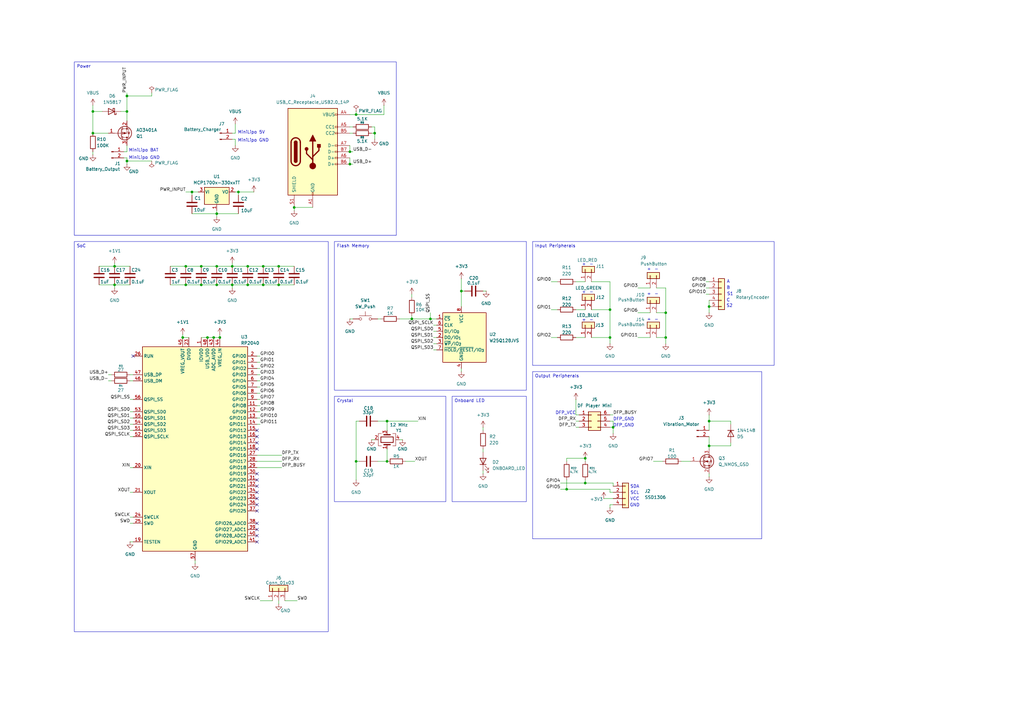
<source format=kicad_sch>
(kicad_sch (version 20250114) (generator "eeschema") (generator_version "9.0")
  (paper "A3")
  (lib_symbols
    (symbol "Connector:Conn_01x02_Pin" (pin_names (offset 1.016) (hide yes))
      (property "Reference" "J" (at 0 2.54 0))
      (property "Value" "Conn_01x02_Pin" (at 0 -5.08 0))
      (symbol "Conn_01x02_Pin_1_1"
        (pin passive line (at 5.08 0 180) (length 3.81) (name "Pin_1") (number "1"))
        (pin passive line (at 5.08 -2.54 180) (length 3.81) (name "Pin_2") (number "2"))
      )
    )
    (symbol "Connector:USB_C_Receptacle_USB2.0_14P" (pin_names (offset 1.016))
      (property "Reference" "J" (at 0 22.225 0))
      (property "Value" "USB_C_Receptacle_USB2.0_14P" (at 0 19.685 0))
      (symbol "USB_C_Receptacle_USB2.0_14P_1_1"
        (pin passive line (at -7.62 -22.86 90) (length 5.08) (name "SHIELD") (number "S1"))
        (pin passive line (at 0 -22.86 90) (length 5.08) (name "GND") (number "A1"))
        (pin passive line (at 0 -22.86 90) (length 5.08) (hide yes) (name "GND") (number "A12"))
        (pin passive line (at 0 -22.86 90) (length 5.08) (hide yes) (name "GND") (number "B1"))
        (pin passive line (at 0 -22.86 90) (length 5.08) (hide yes) (name "GND") (number "B12"))
        (pin passive line (at 15.24 15.24 180) (length 5.08) (name "VBUS") (number "A4"))
        (pin passive line (at 15.24 15.24 180) (length 5.08) (hide yes) (name "VBUS") (number "A9"))
        (pin passive line (at 15.24 15.24 180) (length 5.08) (hide yes) (name "VBUS") (number "B4"))
        (pin passive line (at 15.24 15.24 180) (length 5.08) (hide yes) (name "VBUS") (number "B9"))
        (pin bidirectional line (at 15.24 10.16 180) (length 5.08) (name "CC1") (number "A5"))
        (pin bidirectional line (at 15.24 7.62 180) (length 5.08) (name "CC2") (number "B5"))
        (pin bidirectional line (at 15.24 2.54 180) (length 5.08) (name "D-") (number "A7"))
        (pin bidirectional line (at 15.24 0 180) (length 5.08) (name "D-") (number "B7"))
        (pin bidirectional line (at 15.24 -2.54 180) (length 5.08) (name "D+") (number "A6"))
        (pin bidirectional line (at 15.24 -5.08 180) (length 5.08) (name "D+") (number "B6"))
      )
    )
    (symbol "Connector_Generic:Conn_01x02" (pin_names (offset 1.016) (hide yes))
      (property "Reference" "J" (at 0 2.54 0))
      (property "Value" "Conn_01x02" (at 0 -5.08 0))
      (symbol "Conn_01x02_1_1"
        (pin passive line (at -5.08 0 0) (length 3.81) (name "Pin_1") (number "1"))
        (pin passive line (at -5.08 -2.54 0) (length 3.81) (name "Pin_2") (number "2"))
      )
    )
    (symbol "Connector_Generic:Conn_01x03" (pin_names (offset 1.016) (hide yes))
      (property "Reference" "J" (at 0 5.08 0))
      (property "Value" "Conn_01x03" (at 0 -5.08 0))
      (symbol "Conn_01x03_1_1"
        (pin passive line (at -5.08 2.54 0) (length 3.81) (name "Pin_1") (number "1"))
        (pin passive line (at -5.08 0 0) (length 3.81) (name "Pin_2") (number "2"))
        (pin passive line (at -5.08 -2.54 0) (length 3.81) (name "Pin_3") (number "3"))
      )
    )
    (symbol "Connector_Generic:Conn_01x04" (pin_names (offset 1.016) (hide yes))
      (property "Reference" "J" (at 0 5.08 0))
      (property "Value" "Conn_01x04" (at 0 -7.62 0))
      (symbol "Conn_01x04_1_1"
        (pin passive line (at -5.08 2.54 0) (length 3.81) (name "Pin_1") (number "1"))
        (pin passive line (at -5.08 0 0) (length 3.81) (name "Pin_2") (number "2"))
        (pin passive line (at -5.08 -2.54 0) (length 3.81) (name "Pin_3") (number "3"))
        (pin passive line (at -5.08 -5.08 0) (length 3.81) (name "Pin_4") (number "4"))
      )
    )
    (symbol "Connector_Generic:Conn_01x05" (pin_names (offset 1.016) (hide yes))
      (property "Reference" "J" (at 0 7.62 0))
      (property "Value" "Conn_01x05" (at 0 -7.62 0))
      (symbol "Conn_01x05_1_1"
        (pin passive line (at -5.08 5.08 0) (length 3.81) (name "Pin_1") (number "1"))
        (pin passive line (at -5.08 2.54 0) (length 3.81) (name "Pin_2") (number "2"))
        (pin passive line (at -5.08 0 0) (length 3.81) (name "Pin_3") (number "3"))
        (pin passive line (at -5.08 -2.54 0) (length 3.81) (name "Pin_4") (number "4"))
        (pin passive line (at -5.08 -5.08 0) (length 3.81) (name "Pin_5") (number "5"))
      )
    )
    (symbol "Connector_Generic:Conn_02x03_Counter_Clockwise" (pin_names (offset 1.016) (hide yes))
      (property "Reference" "J" (at 1.27 5.08 0))
      (property "Value" "Conn_02x03_Counter_Clockwise" (at 1.27 -5.08 0))
      (symbol "Conn_02x03_Counter_Clockwise_1_1"
        (pin passive line (at -5.08 2.54 0) (length 3.81) (name "Pin_1") (number "1"))
        (pin passive line (at -5.08 0 0) (length 3.81) (name "Pin_2") (number "2"))
        (pin passive line (at -5.08 -2.54 0) (length 3.81) (name "Pin_3") (number "3"))
        (pin passive line (at 7.62 2.54 180) (length 3.81) (name "Pin_6") (number "6"))
        (pin passive line (at 7.62 0 180) (length 3.81) (name "Pin_5") (number "5"))
        (pin passive line (at 7.62 -2.54 180) (length 3.81) (name "Pin_4") (number "4"))
      )
    )
    (symbol "Device:C" (pin_numbers (hide yes)) (pin_names (offset 0.254))
      (property "Reference" "C" (at 0.635 2.54 0))
      (property "Value" "C" (at 0.635 -2.54 0))
      (symbol "C_1_1"
        (pin passive line (at 0 3.81 270) (length 2.794) (name "~") (number "1"))
        (pin passive line (at 0 -3.81 90) (length 2.794) (name "~") (number "2"))
      )
    )
    (symbol "Device:Crystal_GND24" (pin_names (offset 1.016) (hide yes))
      (property "Reference" "Y" (at 3.175 5.08 0))
      (property "Value" "Crystal_GND24" (at 3.175 3.175 0))
      (symbol "Crystal_GND24_1_1"
        (pin passive line (at -3.81 0 0) (length 1.27) (name "1") (number "1"))
        (pin passive line (at 0 5.08 270) (length 1.27) (name "2") (number "2"))
        (pin passive line (at 0 -5.08 90) (length 1.27) (name "4") (number "4"))
        (pin passive line (at 3.81 0 180) (length 1.27) (name "3") (number "3"))
      )
    )
    (symbol "Device:LED" (pin_numbers (hide yes)) (pin_names (offset 1.016) (hide yes))
      (property "Reference" "D" (at 0 2.54 0))
      (property "Value" "LED" (at 0 -2.54 0))
      (symbol "LED_1_1"
        (pin passive line (at -3.81 0 0) (length 2.54) (name "K") (number "1"))
        (pin passive line (at 3.81 0 180) (length 2.54) (name "A") (number "2"))
      )
    )
    (symbol "Device:R" (pin_numbers (hide yes)) (pin_names (offset 0))
      (property "Reference" "R" (at 2.032 0 90))
      (property "Value" "R" (at 0 0 90))
      (symbol "R_1_1"
        (pin passive line (at 0 3.81 270) (length 1.27) (name "~") (number "1"))
        (pin passive line (at 0 -3.81 90) (length 1.27) (name "~") (number "2"))
      )
    )
    (symbol "Diode:1N4148" (pin_numbers (hide yes)) (pin_names (hide yes))
      (property "Reference" "D" (at 0 2.54 0))
      (property "Value" "1N4148" (at 0 -2.54 0))
      (symbol "1N4148_1_1"
        (pin passive line (at -3.81 0 0) (length 2.54) (name "K") (number "1"))
        (pin passive line (at 3.81 0 180) (length 2.54) (name "A") (number "2"))
      )
    )
    (symbol "Diode:1N5817" (pin_numbers (hide yes)) (pin_names (offset 1.016) (hide yes))
      (property "Reference" "D" (at 0 2.54 0))
      (property "Value" "1N5817" (at 0 -2.54 0))
      (symbol "1N5817_1_1"
        (pin passive line (at -3.81 0 0) (length 2.54) (name "K") (number "1"))
        (pin passive line (at 3.81 0 180) (length 2.54) (name "A") (number "2"))
      )
    )
    (symbol "MCU_RaspberryPi:RP2040"
      (property "Reference" "U" (at 17.78 45.72 0))
      (property "Value" "RP2040" (at 17.78 43.18 0))
      (symbol "RP2040_1_1"
        (pin input line (at -25.4 38.1 0) (length 3.81) (name "RUN") (number "26"))
        (pin bidirectional line (at -25.4 30.48 0) (length 3.81) (name "USB_DP") (number "47"))
        (pin bidirectional line (at -25.4 27.94 0) (length 3.81) (name "USB_DM") (number "46"))
        (pin bidirectional line (at -25.4 20.32 0) (length 3.81) (name "QSPI_SS") (number "56"))
        (pin bidirectional line (at -25.4 15.24 0) (length 3.81) (name "QSPI_SD0") (number "53"))
        (pin bidirectional line (at -25.4 12.7 0) (length 3.81) (name "QSPI_SD1") (number "55"))
        (pin bidirectional line (at -25.4 10.16 0) (length 3.81) (name "QSPI_SD2") (number "54"))
        (pin bidirectional line (at -25.4 7.62 0) (length 3.81) (name "QSPI_SD3") (number "51"))
        (pin output line (at -25.4 5.08 0) (length 3.81) (name "QSPI_SCLK") (number "52"))
        (pin input line (at -25.4 -7.62 0) (length 3.81) (name "XIN") (number "20"))
        (pin passive line (at -25.4 -17.78 0) (length 3.81) (name "XOUT") (number "21"))
        (pin input line (at -25.4 -27.94 0) (length 3.81) (name "SWCLK") (number "24"))
        (pin bidirectional line (at -25.4 -30.48 0) (length 3.81) (name "SWD") (number "25"))
        (pin input line (at -25.4 -38.1 0) (length 3.81) (name "TESTEN") (number "19"))
        (pin power_out line (at -5.08 45.72 270) (length 3.81) (name "VREG_VOUT") (number "45"))
        (pin power_in line (at -2.54 45.72 270) (length 3.81) (name "DVDD") (number "23"))
        (pin passive line (at -2.54 45.72 270) (length 3.81) (hide yes) (name "DVDD") (number "50"))
        (pin power_in line (at 0 -45.72 90) (length 3.81) (name "GND") (number "57"))
        (pin power_in line (at 2.54 45.72 270) (length 3.81) (name "IOVDD") (number "1"))
        (pin passive line (at 2.54 45.72 270) (length 3.81) (hide yes) (name "IOVDD") (number "10"))
        (pin passive line (at 2.54 45.72 270) (length 3.81) (hide yes) (name "IOVDD") (number "22"))
        (pin passive line (at 2.54 45.72 270) (length 3.81) (hide yes) (name "IOVDD") (number "33"))
        (pin passive line (at 2.54 45.72 270) (length 3.81) (hide yes) (name "IOVDD") (number "42"))
        (pin passive line (at 2.54 45.72 270) (length 3.81) (hide yes) (name "IOVDD") (number "49"))
        (pin power_in line (at 5.08 45.72 270) (length 3.81) (name "USB_VDD") (number "48"))
        (pin power_in line (at 7.62 45.72 270) (length 3.81) (name "ADC_AVDD") (number "43"))
        (pin power_in line (at 10.16 45.72 270) (length 3.81) (name "VREG_IN") (number "44"))
        (pin bidirectional line (at 25.4 38.1 180) (length 3.81) (name "GPIO0") (number "2"))
        (pin bidirectional line (at 25.4 35.56 180) (length 3.81) (name "GPIO1") (number "3"))
        (pin bidirectional line (at 25.4 33.02 180) (length 3.81) (name "GPIO2") (number "4"))
        (pin bidirectional line (at 25.4 30.48 180) (length 3.81) (name "GPIO3") (number "5"))
        (pin bidirectional line (at 25.4 27.94 180) (length 3.81) (name "GPIO4") (number "6"))
        (pin bidirectional line (at 25.4 25.4 180) (length 3.81) (name "GPIO5") (number "7"))
        (pin bidirectional line (at 25.4 22.86 180) (length 3.81) (name "GPIO6") (number "8"))
        (pin bidirectional line (at 25.4 20.32 180) (length 3.81) (name "GPIO7") (number "9"))
        (pin bidirectional line (at 25.4 17.78 180) (length 3.81) (name "GPIO8") (number "11"))
        (pin bidirectional line (at 25.4 15.24 180) (length 3.81) (name "GPIO9") (number "12"))
        (pin bidirectional line (at 25.4 12.7 180) (length 3.81) (name "GPIO10") (number "13"))
        (pin bidirectional line (at 25.4 10.16 180) (length 3.81) (name "GPIO11") (number "14"))
        (pin bidirectional line (at 25.4 7.62 180) (length 3.81) (name "GPIO12") (number "15"))
        (pin bidirectional line (at 25.4 5.08 180) (length 3.81) (name "GPIO13") (number "16"))
        (pin bidirectional line (at 25.4 2.54 180) (length 3.81) (name "GPIO14") (number "17"))
        (pin bidirectional line (at 25.4 0 180) (length 3.81) (name "GPIO15") (number "18"))
        (pin bidirectional line (at 25.4 -2.54 180) (length 3.81) (name "GPIO16") (number "27"))
        (pin bidirectional line (at 25.4 -5.08 180) (length 3.81) (name "GPIO17") (number "28"))
        (pin bidirectional line (at 25.4 -7.62 180) (length 3.81) (name "GPIO18") (number "29"))
        (pin bidirectional line (at 25.4 -10.16 180) (length 3.81) (name "GPIO19") (number "30"))
        (pin bidirectional line (at 25.4 -12.7 180) (length 3.81) (name "GPIO20") (number "31"))
        (pin bidirectional line (at 25.4 -15.24 180) (length 3.81) (name "GPIO21") (number "32"))
        (pin bidirectional line (at 25.4 -17.78 180) (length 3.81) (name "GPIO22") (number "34"))
        (pin bidirectional line (at 25.4 -20.32 180) (length 3.81) (name "GPIO23") (number "35"))
        (pin bidirectional line (at 25.4 -22.86 180) (length 3.81) (name "GPIO24") (number "36"))
        (pin bidirectional line (at 25.4 -25.4 180) (length 3.81) (name "GPIO25") (number "37"))
        (pin bidirectional line (at 25.4 -30.48 180) (length 3.81) (name "GPIO26_ADC0") (number "38"))
        (pin bidirectional line (at 25.4 -33.02 180) (length 3.81) (name "GPIO27_ADC1") (number "39"))
        (pin bidirectional line (at 25.4 -35.56 180) (length 3.81) (name "GPIO28_ADC2") (number "40"))
        (pin bidirectional line (at 25.4 -38.1 180) (length 3.81) (name "GPIO29_ADC3") (number "41"))
      )
    )
    (symbol "Memory_Flash:W25Q128JVS"
      (property "Reference" "U" (at -6.35 11.43 0))
      (property "Value" "W25Q128JVS" (at 7.62 11.43 0))
      (symbol "W25Q128JVS_1_1"
        (pin input line (at -10.16 7.62 0) (length 2.54) (name "~{CS}") (number "1"))
        (pin input line (at -10.16 5.08 0) (length 2.54) (name "CLK") (number "6"))
        (pin bidirectional line (at -10.16 2.54 0) (length 2.54) (name "DI/IO_{0}") (number "5"))
        (pin bidirectional line (at -10.16 0 0) (length 2.54) (name "DO/IO_{1}") (number "2"))
        (pin bidirectional line (at -10.16 -2.54 0) (length 2.54) (name "~{WP}/IO_{2}") (number "3"))
        (pin bidirectional line (at -10.16 -5.08 0) (length 2.54) (name "~{HOLD}/~{RESET}/IO_{3}") (number "7"))
        (pin power_in line (at 0 12.7 270) (length 2.54) (name "VCC") (number "8"))
        (pin power_in line (at 0 -12.7 90) (length 2.54) (name "GND") (number "4"))
      )
    )
    (symbol "Regulator_Linear:MCP1700x-330xxTT" (pin_names (offset 0.254))
      (property "Reference" "U" (at -3.81 3.175 0))
      (property "Value" "MCP1700x-330xxTT" (at 0 3.175 0))
      (symbol "MCP1700x-330xxTT_1_1"
        (pin power_in line (at -7.62 0 0) (length 2.54) (name "VI") (number "3"))
        (pin power_in line (at 0 -7.62 90) (length 2.54) (name "GND") (number "1"))
        (pin power_out line (at 7.62 0 180) (length 2.54) (name "VO") (number "2"))
      )
    )
    (symbol "Switch:SW_Push" (pin_numbers (hide yes)) (pin_names (offset 1.016) (hide yes))
      (property "Reference" "SW" (at 1.27 2.54 0))
      (property "Value" "SW_Push" (at 0 -1.524 0))
      (symbol "SW_Push_0_1"
        (pin passive line (at -5.08 0 0) (length 2.54) (name "1") (number "1"))
        (pin passive line (at 5.08 0 180) (length 2.54) (name "2") (number "2"))
      )
    )
    (symbol "Transistor_FET:AO3401A" (pin_names (hide yes))
      (property "Reference" "Q" (at 5.08 1.905 0))
      (property "Value" "AO3401A" (at 5.08 0 0))
      (symbol "AO3401A_1_1"
        (pin input line (at -5.08 0 0) (length 2.54) (name "G") (number "1"))
        (pin passive line (at 2.54 5.08 270) (length 2.54) (name "D") (number "3"))
        (pin passive line (at 2.54 -5.08 90) (length 2.54) (name "S") (number "2"))
      )
    )
    (symbol "Transistor_FET:Q_NMOS_GSD" (pin_names (offset 0) (hide yes))
      (property "Reference" "Q" (at 5.08 1.905 0))
      (property "Value" "Q_NMOS_GSD" (at 5.08 0 0))
      (symbol "Q_NMOS_GSD_1_1"
        (pin input line (at -5.08 0 0) (length 2.54) (name "G") (number "1"))
        (pin passive line (at 2.54 5.08 270) (length 2.54) (name "D") (number "3"))
        (pin passive line (at 2.54 -5.08 90) (length 2.54) (name "S") (number "2"))
      )
    )
    (symbol "power:+1V1" (power) (pin_numbers (hide yes)) (pin_names (offset 0) (hide yes))
      (property "Value" "+1V1" (at 0 3.556 0))
      (symbol "+1V1_1_1"
        (pin power_in line (at 0 0 90) (length 0) (name "~") (number "1"))
      )
    )
    (symbol "power:+3V3" (power) (pin_numbers (hide yes)) (pin_names (offset 0) (hide yes))
      (property "Value" "+3V3" (at 0 3.556 0))
      (symbol "+3V3_1_1"
        (pin power_in line (at 0 0 90) (length 0) (name "~") (number "1"))
      )
    )
    (symbol "power:GND" (power) (pin_numbers (hide yes)) (pin_names (offset 0) (hide yes))
      (property "Value" "GND" (at 0 -3.81 0))
      (symbol "GND_1_1"
        (pin power_in line (at 0 0 270) (length 0) (name "~") (number "1"))
      )
    )
    (symbol "power:PWR_FLAG" (power) (pin_numbers (hide yes)) (pin_names (offset 0) (hide yes))
      (property "Value" "PWR_FLAG" (at 0 3.81 0))
      (symbol "PWR_FLAG_0_0"
        (pin power_out line (at 0 0 90) (length 0) (name "~") (number "1"))
      )
    )
    (symbol "power:VBUS" (power) (pin_numbers (hide yes)) (pin_names (offset 0) (hide yes))
      (property "Value" "VBUS" (at 0 3.556 0))
      (symbol "VBUS_1_1"
        (pin power_in line (at 0 0 90) (length 0) (name "~") (number "1"))
      )
    )
  )
  (text "DFP_GND" (at 251.46 172.72 0) (effects (font (size 1.27 1.27)) (justify left bottom)))
  (text "+" (at 239.522 131.318 0) (effects (font (size 1.27 1.27))))
  (text "+" (at 239.522 108.458 0) (effects (font (size 1.27 1.27))))
  (text "-" (at 269.24 120.65 0) (effects (font (size 1.27 1.27))))
  (text "DFP_GND" (at 251.46 175.26 0) (effects (font (size 1.27 1.27)) (justify left bottom)))
  (text "-" (at 242.57 131.318 0) (effects (font (size 1.27 1.27))))
  (text "MiniLipo GND" (at 59.182 64.77 0) (effects (font (size 1.27 1.27))))
  (text "B" (at 298.704 118.11 0) (effects (font (size 1.27 1.27))))
  (text "MiniLipo GND" (at 103.886 57.658 0) (effects (font (size 1.27 1.27))))
  (text "-" (at 269.24 110.49 0) (effects (font (size 1.27 1.27))))
  (text "+" (at 266.192 131.064 0) (effects (font (size 1.27 1.27))))
  (text "+" (at 266.192 120.65 0) (effects (font (size 1.27 1.27))))
  (text "-" (at 242.57 108.458 0) (effects (font (size 1.27 1.27))))
  (text "+" (at 239.522 119.888 0) (effects (font (size 1.27 1.27))))
  (text "S2" (at 299.212 125.476 0) (effects (font (size 1.27 1.27))))
  (text "GND" (at 260.35 207.264 0) (effects (font (size 1.27 1.27))))
  (text "S1" (at 299.466 120.65 0) (effects (font (size 1.27 1.27))))
  (text "DFP_VCC" (at 236.22 170.18 0) (effects (font (size 1.27 1.27)) (justify right bottom)))
  (text "-" (at 269.24 131.064 0) (effects (font (size 1.27 1.27))))
  (text "SCL" (at 260.35 202.184 0) (effects (font (size 1.27 1.27))))
  (text "C" (at 298.704 123.19 0) (effects (font (size 1.27 1.27))))
  (text "A" (at 298.704 115.57 0) (effects (font (size 1.27 1.27))))
  (text "+" (at 266.192 110.49 0) (effects (font (size 1.27 1.27))))
  (text "VCC" (at 260.35 204.724 0) (effects (font (size 1.27 1.27))))
  (text "MiniLipo 5V" (at 103.124 54.356 0) (effects (font (size 1.27 1.27))))
  (text "MiniLipo BAT" (at 58.928 61.722 0) (effects (font (size 1.27 1.27))))
  (text "-" (at 242.57 119.888 0) (effects (font (size 1.27 1.27))))
  (text "SDA" (at 260.35 199.644 0) (effects (font (size 1.27 1.27))))
  (text_box "Input Peripherals" (at 218.44 99.06 0) (size 99.06 50.8) (margins 0.9525 0.9525 0.9525 0.9525) (effects (font (size 1.27 1.27)) (justify left top)))
  (text_box "Crystal" (at 137.16 162.56 0) (size 45.72 43.18) (margins 0.9525 0.9525 0.9525 0.9525) (effects (font (size 1.27 1.27)) (justify left top)))
  (text_box "SoC" (at 30.48 99.06 0) (size 104.14 160.02) (margins 0.9525 0.9525 0.9525 0.9525) (effects (font (size 1.27 1.27)) (justify left top)))
  (text_box "Power" (at 30.48 25.4 0) (size 132.08 71.12) (margins 0.9525 0.9525 0.9525 0.9525) (effects (font (size 1.27 1.27)) (justify left top)))
  (text_box "Output Peripherals" (at 218.44 152.4 0) (size 93.98 68.58) (margins 0.9525 0.9525 0.9525 0.9525) (effects (font (size 1.27 1.27)) (justify left top)))
  (text_box "Onboard LED" (at 185.42 162.56 0) (size 30.48 43.18) (margins 0.9525 0.9525 0.9525 0.9525) (effects (font (size 1.27 1.27)) (justify left top)))
  (text_box "Flash Memory" (at 137.16 99.06 0) (size 78.74 60.96) (margins 0.9525 0.9525 0.9525 0.9525) (effects (font (size 1.27 1.27)) (justify left top)))
  (junction (at 158.75 189.23))
  (junction (at 232.41 200.66))
  (junction (at 290.83 172.72))
  (junction (at 153.67 54.61))
  (junction (at 52.07 66.04))
  (junction (at 88.9 116.84))
  (junction (at 46.99 116.84))
  (junction (at 143.51 67.31))
  (junction (at 168.91 130.81))
  (junction (at 273.05 128.27))
  (junction (at 290.83 125.73))
  (junction (at 76.2 116.84))
  (junction (at 38.1 45.72))
  (junction (at 52.07 39.37))
  (junction (at 76.2 109.22))
  (junction (at 78.74 78.74))
  (junction (at 114.3 109.22))
  (junction (at 95.25 109.22))
  (junction (at 146.05 46.99))
  (junction (at 240.03 187.96))
  (junction (at 146.05 189.23))
  (junction (at 107.95 109.22))
  (junction (at 46.99 109.22))
  (junction (at 87.63 138.43))
  (junction (at 74.93 138.43))
  (junction (at 143.51 62.23))
  (junction (at 52.07 45.72))
  (junction (at 88.9 109.22))
  (junction (at 158.75 172.72))
  (junction (at 90.17 138.43))
  (junction (at 95.25 116.84))
  (junction (at 251.46 175.26))
  (junction (at 176.53 130.81))
  (junction (at 101.6 109.22))
  (junction (at 250.19 138.43))
  (junction (at 250.19 127))
  (junction (at 97.79 78.74))
  (junction (at 114.3 116.84))
  (junction (at 82.55 109.22))
  (junction (at 189.23 119.38))
  (junction (at 101.6 116.84))
  (junction (at 273.05 138.43))
  (junction (at 82.55 116.84))
  (junction (at 290.83 182.88))
  (junction (at 107.95 116.84))
  (junction (at 85.09 138.43))
  (junction (at 88.9 87.63))
  (junction (at 38.1 54.61))
  (junction (at 240.03 198.12))
  (junction (at 120.65 85.09))
  (no_connect (at 105.41 217.17))
  (no_connect (at 105.41 214.63))
  (no_connect (at 105.41 176.53))
  (no_connect (at 105.41 204.47))
  (no_connect (at 54.61 146.05))
  (no_connect (at 105.41 194.31))
  (no_connect (at 105.41 199.39))
  (no_connect (at 105.41 179.07))
  (no_connect (at 105.41 201.93))
  (no_connect (at 105.41 209.55))
  (no_connect (at 105.41 196.85))
  (no_connect (at 105.41 184.15))
  (no_connect (at 105.41 222.25))
  (no_connect (at 105.41 207.01))
  (no_connect (at 105.41 219.71))
  (no_connect (at 105.41 181.61))
  (wire (pts (xy 78.74 78.74) (xy 78.74 80.01)))
  (wire (pts (xy 158.75 172.72) (xy 171.45 172.72)))
  (wire (pts (xy 53.34 222.25) (xy 54.61 222.25)))
  (wire (pts (xy 76.2 78.74) (xy 78.74 78.74)))
  (wire (pts (xy 107.95 109.22) (xy 114.3 109.22)))
  (wire (pts (xy 49.53 45.72) (xy 52.07 45.72)))
  (wire (pts (xy 251.46 172.72) (xy 251.46 175.26)))
  (wire (pts (xy 189.23 151.13) (xy 189.23 152.4)))
  (wire (pts (xy 88.9 86.36) (xy 88.9 87.63)))
  (wire (pts (xy 189.23 119.38) (xy 189.23 125.73)))
  (wire (pts (xy 78.74 87.63) (xy 88.9 87.63)))
  (wire (pts (xy 242.57 127) (xy 250.19 127)))
  (wire (pts (xy 106.68 158.75) (xy 105.41 158.75)))
  (wire (pts (xy 177.8 138.43) (xy 179.07 138.43)))
  (wire (pts (xy 44.45 156.21) (xy 45.72 156.21)))
  (wire (pts (xy 82.55 116.84) (xy 88.9 116.84)))
  (wire (pts (xy 74.93 138.43) (xy 77.47 138.43)))
  (wire (pts (xy 251.46 175.26) (xy 251.46 177.8)))
  (wire (pts (xy 96.52 57.15) (xy 96.52 59.69)))
  (wire (pts (xy 53.34 168.91) (xy 54.61 168.91)))
  (wire (pts (xy 198.12 193.04) (xy 198.12 194.31)))
  (wire (pts (xy 176.53 130.81) (xy 179.07 130.81)))
  (wire (pts (xy 236.22 175.26) (xy 237.49 175.26)))
  (wire (pts (xy 251.46 175.26) (xy 250.19 175.26)))
  (wire (pts (xy 247.65 204.47) (xy 251.46 204.47)))
  (wire (pts (xy 158.75 184.15) (xy 158.75 189.23)))
  (wire (pts (xy 46.99 107.95) (xy 46.99 109.22)))
  (wire (pts (xy 53.34 153.67) (xy 54.61 153.67)))
  (wire (pts (xy 53.34 156.21) (xy 54.61 156.21)))
  (wire (pts (xy 198.12 119.38) (xy 199.39 119.38)))
  (wire (pts (xy 143.51 67.31) (xy 144.78 67.31)))
  (wire (pts (xy 88.9 109.22) (xy 95.25 109.22)))
  (wire (pts (xy 152.4 180.34) (xy 153.67 180.34)))
  (wire (pts (xy 74.93 137.16) (xy 74.93 138.43)))
  (wire (pts (xy 226.06 138.43) (xy 228.6 138.43)))
  (wire (pts (xy 146.05 172.72) (xy 146.05 189.23)))
  (wire (pts (xy 154.94 189.23) (xy 158.75 189.23)))
  (wire (pts (xy 242.57 115.57) (xy 250.19 115.57)))
  (wire (pts (xy 106.68 161.29) (xy 105.41 161.29)))
  (wire (pts (xy 198.12 184.15) (xy 198.12 185.42)))
  (wire (pts (xy 236.22 170.18) (xy 237.49 170.18)))
  (wire (pts (xy 87.63 138.43) (xy 90.17 138.43)))
  (wire (pts (xy 236.22 172.72) (xy 237.49 172.72)))
  (wire (pts (xy 177.8 133.35) (xy 179.07 133.35)))
  (wire (pts (xy 273.05 128.27) (xy 273.05 138.43)))
  (wire (pts (xy 53.34 179.07) (xy 54.61 179.07)))
  (wire (pts (xy 251.46 170.18) (xy 250.19 170.18)))
  (wire (pts (xy 289.56 120.65) (xy 290.83 120.65)))
  (wire (pts (xy 88.9 87.63) (xy 97.79 87.63)))
  (wire (pts (xy 158.75 172.72) (xy 158.75 176.53)))
  (wire (pts (xy 198.12 175.26) (xy 198.12 176.53)))
  (wire (pts (xy 251.46 198.12) (xy 251.46 199.39)))
  (wire (pts (xy 106.68 146.05) (xy 105.41 146.05)))
  (wire (pts (xy 78.74 78.74) (xy 81.28 78.74)))
  (wire (pts (xy 240.03 198.12) (xy 251.46 198.12)))
  (wire (pts (xy 120.65 85.09) (xy 120.65 86.36)))
  (wire (pts (xy 251.46 201.93) (xy 250.19 201.93)))
  (wire (pts (xy 143.51 64.77) (xy 143.51 67.31)))
  (wire (pts (xy 95.25 116.84) (xy 101.6 116.84)))
  (wire (pts (xy 152.4 52.07) (xy 153.67 52.07)))
  (wire (pts (xy 40.64 109.22) (xy 46.99 109.22)))
  (wire (pts (xy 290.83 179.07) (xy 290.83 182.88)))
  (wire (pts (xy 163.83 180.34) (xy 165.1 180.34)))
  (wire (pts (xy 299.72 172.72) (xy 299.72 173.99)))
  (wire (pts (xy 114.3 109.22) (xy 120.65 109.22)))
  (wire (pts (xy 76.2 109.22) (xy 82.55 109.22)))
  (wire (pts (xy 52.07 38.1) (xy 52.07 39.37)))
  (wire (pts (xy 154.94 172.72) (xy 158.75 172.72)))
  (wire (pts (xy 146.05 189.23) (xy 147.32 189.23)))
  (wire (pts (xy 53.34 163.83) (xy 54.61 163.83)))
  (wire (pts (xy 53.34 191.77) (xy 54.61 191.77)))
  (wire (pts (xy 69.85 116.84) (xy 76.2 116.84)))
  (wire (pts (xy 106.68 153.67) (xy 105.41 153.67)))
  (wire (pts (xy 106.68 171.45) (xy 105.41 171.45)))
  (wire (pts (xy 115.57 186.69) (xy 105.41 186.69)))
  (wire (pts (xy 82.55 138.43) (xy 85.09 138.43)))
  (wire (pts (xy 38.1 45.72) (xy 38.1 54.61)))
  (wire (pts (xy 157.48 43.18) (xy 157.48 46.99)))
  (wire (pts (xy 153.67 54.61) (xy 153.67 57.15)))
  (wire (pts (xy 106.68 246.38) (xy 111.76 246.38)))
  (wire (pts (xy 290.83 125.73) (xy 290.83 128.27)))
  (wire (pts (xy 250.19 138.43) (xy 250.19 140.97)))
  (wire (pts (xy 116.84 246.38) (xy 121.92 246.38)))
  (wire (pts (xy 166.37 189.23) (xy 170.18 189.23)))
  (wire (pts (xy 289.56 115.57) (xy 290.83 115.57)))
  (wire (pts (xy 236.22 138.43) (xy 240.03 138.43)))
  (wire (pts (xy 38.1 45.72) (xy 41.91 45.72)))
  (wire (pts (xy 273.05 118.11) (xy 273.05 128.27)))
  (wire (pts (xy 46.99 109.22) (xy 53.34 109.22)))
  (wire (pts (xy 250.19 115.57) (xy 250.19 127)))
  (wire (pts (xy 273.05 140.97) (xy 273.05 138.43)))
  (wire (pts (xy 269.24 118.11) (xy 273.05 118.11)))
  (wire (pts (xy 52.07 62.23) (xy 50.8 62.23)))
  (wire (pts (xy 106.68 151.13) (xy 105.41 151.13)))
  (wire (pts (xy 232.41 187.96) (xy 240.03 187.96)))
  (wire (pts (xy 269.24 128.27) (xy 273.05 128.27)))
  (wire (pts (xy 236.22 163.83) (xy 236.22 170.18)))
  (wire (pts (xy 229.87 198.12) (xy 240.03 198.12)))
  (wire (pts (xy 250.19 127) (xy 250.19 138.43)))
  (wire (pts (xy 52.07 45.72) (xy 52.07 49.53)))
  (wire (pts (xy 53.34 171.45) (xy 54.61 171.45)))
  (wire (pts (xy 143.51 130.81) (xy 144.78 130.81)))
  (wire (pts (xy 52.07 59.69) (xy 52.07 62.23)))
  (wire (pts (xy 289.56 118.11) (xy 290.83 118.11)))
  (wire (pts (xy 96.52 54.61) (xy 95.25 54.61)))
  (wire (pts (xy 226.06 115.57) (xy 228.6 115.57)))
  (wire (pts (xy 85.09 138.43) (xy 87.63 138.43)))
  (wire (pts (xy 62.23 39.37) (xy 62.23 38.1)))
  (wire (pts (xy 114.3 247.65) (xy 114.3 246.38)))
  (wire (pts (xy 69.85 109.22) (xy 76.2 109.22)))
  (wire (pts (xy 146.05 172.72) (xy 147.32 172.72)))
  (wire (pts (xy 153.67 54.61) (xy 152.4 54.61)))
  (wire (pts (xy 146.05 196.85) (xy 146.05 189.23)))
  (wire (pts (xy 88.9 116.84) (xy 95.25 116.84)))
  (wire (pts (xy 279.4 189.23) (xy 283.21 189.23)))
  (wire (pts (xy 290.83 195.58) (xy 290.83 194.31)))
  (wire (pts (xy 176.53 130.81) (xy 176.53 128.27)))
  (wire (pts (xy 52.07 66.04) (xy 52.07 67.31)))
  (wire (pts (xy 251.46 207.01) (xy 250.19 207.01)))
  (wire (pts (xy 261.62 128.27) (xy 266.7 128.27)))
  (wire (pts (xy 38.1 62.23) (xy 38.1 63.5)))
  (wire (pts (xy 299.72 181.61) (xy 299.72 182.88)))
  (wire (pts (xy 240.03 196.85) (xy 240.03 198.12)))
  (wire (pts (xy 106.68 168.91) (xy 105.41 168.91)))
  (wire (pts (xy 290.83 172.72) (xy 290.83 176.53)))
  (wire (pts (xy 106.68 156.21) (xy 105.41 156.21)))
  (wire (pts (xy 53.34 212.09) (xy 54.61 212.09)))
  (wire (pts (xy 236.22 115.57) (xy 240.03 115.57)))
  (wire (pts (xy 105.41 191.77) (xy 115.57 191.77)))
  (wire (pts (xy 50.8 64.77) (xy 52.07 64.77)))
  (wire (pts (xy 229.87 200.66) (xy 232.41 200.66)))
  (wire (pts (xy 143.51 46.99) (xy 146.05 46.99)))
  (wire (pts (xy 261.62 118.11) (xy 266.7 118.11)))
  (wire (pts (xy 38.1 43.18) (xy 38.1 45.72)))
  (wire (pts (xy 40.64 116.84) (xy 46.99 116.84)))
  (wire (pts (xy 163.83 130.81) (xy 168.91 130.81)))
  (wire (pts (xy 177.8 143.51) (xy 179.07 143.51)))
  (wire (pts (xy 240.03 187.96) (xy 240.03 189.23)))
  (wire (pts (xy 88.9 87.63) (xy 88.9 88.9)))
  (wire (pts (xy 101.6 116.84) (xy 107.95 116.84)))
  (wire (pts (xy 154.94 130.81) (xy 156.21 130.81)))
  (wire (pts (xy 115.57 189.23) (xy 105.41 189.23)))
  (wire (pts (xy 250.19 201.93) (xy 250.19 200.66)))
  (wire (pts (xy 232.41 200.66) (xy 232.41 196.85)))
  (wire (pts (xy 120.65 85.09) (xy 128.27 85.09)))
  (wire (pts (xy 143.51 52.07) (xy 144.78 52.07)))
  (wire (pts (xy 168.91 129.54) (xy 168.91 130.81)))
  (wire (pts (xy 52.07 64.77) (xy 52.07 66.04)))
  (wire (pts (xy 143.51 59.69) (xy 143.51 62.23)))
  (wire (pts (xy 290.83 172.72) (xy 299.72 172.72)))
  (wire (pts (xy 232.41 187.96) (xy 232.41 189.23)))
  (wire (pts (xy 62.23 66.04) (xy 52.07 66.04)))
  (wire (pts (xy 38.1 54.61) (xy 44.45 54.61)))
  (wire (pts (xy 95.25 107.95) (xy 95.25 109.22)))
  (wire (pts (xy 106.68 173.99) (xy 105.41 173.99)))
  (wire (pts (xy 168.91 120.65) (xy 168.91 121.92)))
  (wire (pts (xy 97.79 78.74) (xy 97.79 80.01)))
  (wire (pts (xy 53.34 201.93) (xy 54.61 201.93)))
  (wire (pts (xy 53.34 173.99) (xy 54.61 173.99)))
  (wire (pts (xy 97.79 78.74) (xy 104.14 78.74)))
  (wire (pts (xy 143.51 62.23) (xy 144.78 62.23)))
  (wire (pts (xy 52.07 39.37) (xy 62.23 39.37)))
  (wire (pts (xy 82.55 109.22) (xy 88.9 109.22)))
  (wire (pts (xy 76.2 116.84) (xy 82.55 116.84)))
  (wire (pts (xy 114.3 116.84) (xy 120.65 116.84)))
  (wire (pts (xy 168.91 130.81) (xy 176.53 130.81)))
  (wire (pts (xy 44.45 153.67) (xy 45.72 153.67)))
  (wire (pts (xy 251.46 172.72) (xy 250.19 172.72)))
  (wire (pts (xy 153.67 52.07) (xy 153.67 54.61)))
  (wire (pts (xy 290.83 170.18) (xy 290.83 172.72)))
  (wire (pts (xy 107.95 116.84) (xy 114.3 116.84)))
  (wire (pts (xy 261.62 138.43) (xy 266.7 138.43)))
  (wire (pts (xy 177.8 135.89) (xy 179.07 135.89)))
  (wire (pts (xy 53.34 176.53) (xy 54.61 176.53)))
  (wire (pts (xy 290.83 123.19) (xy 290.83 125.73)))
  (wire (pts (xy 189.23 114.3) (xy 189.23 119.38)))
  (wire (pts (xy 96.52 78.74) (xy 97.79 78.74)))
  (wire (pts (xy 146.05 46.99) (xy 157.48 46.99)))
  (wire (pts (xy 177.8 140.97) (xy 179.07 140.97)))
  (wire (pts (xy 101.6 109.22) (xy 107.95 109.22)))
  (wire (pts (xy 106.68 166.37) (xy 105.41 166.37)))
  (wire (pts (xy 269.24 138.43) (xy 273.05 138.43)))
  (wire (pts (xy 271.78 189.23) (xy 267.97 189.23)))
  (wire (pts (xy 106.68 148.59) (xy 105.41 148.59)))
  (wire (pts (xy 53.34 214.63) (xy 54.61 214.63)))
  (wire (pts (xy 80.01 229.87) (xy 80.01 231.14)))
  (wire (pts (xy 46.99 116.84) (xy 46.99 118.11)))
  (wire (pts (xy 299.72 182.88) (xy 290.83 182.88)))
  (wire (pts (xy 95.25 57.15) (xy 96.52 57.15)))
  (wire (pts (xy 226.06 127) (xy 228.6 127)))
  (wire (pts (xy 236.22 127) (xy 240.03 127)))
  (wire (pts (xy 242.57 138.43) (xy 250.19 138.43)))
  (wire (pts (xy 46.99 116.84) (xy 53.34 116.84)))
  (wire (pts (xy 96.52 50.8) (xy 96.52 54.61)))
  (wire (pts (xy 90.17 137.16) (xy 90.17 138.43)))
  (wire (pts (xy 189.23 119.38) (xy 190.5 119.38)))
  (wire (pts (xy 106.68 163.83) (xy 105.41 163.83)))
  (wire (pts (xy 146.05 45.72) (xy 146.05 46.99)))
  (wire (pts (xy 95.25 116.84) (xy 95.25 118.11)))
  (wire (pts (xy 250.19 200.66) (xy 232.41 200.66)))
  (wire (pts (xy 52.07 39.37) (xy 52.07 45.72)))
  (wire (pts (xy 143.51 54.61) (xy 144.78 54.61)))
  (wire (pts (xy 95.25 109.22) (xy 101.6 109.22)))
  (wire (pts (xy 250.19 207.01) (xy 250.19 208.28)))
  (wire (pts (xy 290.83 184.15) (xy 290.83 182.88)))
  (label "DFP_RX" (at 236.22 172.72 180))
  (label "GPIO6" (at 106.68 161.29 0))
  (label "QSPI_SCLK" (at 53.34 179.07 180))
  (label "QSPI_SD1" (at 53.34 171.45 180))
  (label "GPIO11" (at 106.68 173.99 0))
  (label "GPIO3" (at 261.62 118.11 180))
  (label "QSPI_SCLK" (at 177.8 133.35 180))
  (label "GPIO3" (at 106.68 153.67 0))
  (label "DFP_RX" (at 115.57 189.23 0))
  (label "GPIO4" (at 106.68 156.21 0))
  (label "USB_D-" (at 144.78 62.23 0))
  (label "XIN" (at 171.45 172.72 0))
  (label "GPIO5" (at 229.87 200.66 180))
  (label "GPIO0" (at 226.06 115.57 180))
  (label "DFP_BUSY" (at 251.46 170.18 0))
  (label "QSPI_SD0" (at 177.8 135.89 180))
  (label "GPIO10" (at 106.68 171.45 0))
  (label "QSPI_SD3" (at 53.34 176.53 180))
  (label "GPIO0" (at 106.68 146.05 0))
  (label "DFP_TX" (at 115.57 186.69 0))
  (label "GPIO2" (at 106.68 151.13 0))
  (label "QSPI_SS" (at 53.34 163.83 180))
  (label "GPIO1" (at 226.06 127 180))
  (label "QSPI_SD1" (at 177.8 138.43 180))
  (label "GPIO7" (at 106.68 163.83 0))
  (label "XIN" (at 53.34 191.77 180))
  (label "GPIO4" (at 229.87 198.12 180))
  (label "GPIO10" (at 289.56 120.65 180))
  (label "PWR_INPUT" (at 52.07 38.1 90))
  (label "XOUT" (at 53.34 201.93 180))
  (label "SWCLK" (at 106.68 246.38 180))
  (label "PWR_INPUT" (at 76.2 78.74 180))
  (label "GPIO11" (at 261.62 138.43 180))
  (label "GPIO7" (at 267.97 189.23 180))
  (label "USB_D-" (at 44.45 156.21 180))
  (label "SWD" (at 121.92 246.38 0))
  (label "SWCLK" (at 53.34 212.09 180))
  (label "QSPI_SD3" (at 177.8 143.51 180))
  (label "SWD" (at 53.34 214.63 180))
  (label "GPIO8" (at 289.56 115.57 180))
  (label "GPIO5" (at 106.68 158.75 0))
  (label "QSPI_SD2" (at 177.8 140.97 180))
  (label "QSPI_SS" (at 176.53 128.27 90))
  (label "GPIO8" (at 106.68 166.37 0))
  (label "GPIO9" (at 289.56 118.11 180))
  (label "USB_D+" (at 144.78 67.31 0))
  (label "USB_D+" (at 44.45 153.67 180))
  (label "GPIO6" (at 261.62 128.27 180))
  (label "XOUT" (at 170.18 189.23 0))
  (label "QSPI_SD0" (at 53.34 168.91 180))
  (label "GPIO1" (at 106.68 148.59 0))
  (label "DFP_BUSY" (at 115.57 191.77 0))
  (label "GPIO2" (at 226.06 138.43 180))
  (label "DFP_TX" (at 236.22 175.26 180))
  (label "QSPI_SD2" (at 53.34 173.99 180))
  (label "GPIO9" (at 106.68 168.91 0))
  (symbol (lib_id "Device:R") (at 232.41 193.04 180) (unit 1)
    (property "Reference" "R22" (at 236.474 192.024 0) (effects (font (size 0.762 0.762)) (justify left)))
    (property "Value" "4.7K" (at 237.236 193.548 0) (effects (font (size 1.016 1.016)) (justify left)))
    (property "Footprint" "Resistor_SMD:R_0402_1005Metric" (effects (hide yes)))
    (property "Description" "Resistor" (effects (hide yes)))
  )
  (symbol (lib_id "power:GND") (at 146.05 196.85 0) (unit 1)
    (property "Reference" "#PWR021" (effects (hide yes)))
    (property "Value" "GND" (at 146.05 201.93 0))
    (property "Description" "Power symbol creates a global label with name \"GND\" , ground" (effects (hide yes)))
  )
  (symbol (lib_id "Transistor_FET:Q_NMOS_GSD") (at 288.29 189.23 0) (unit 1)
    (property "Reference" "Q3" (at 294.64 187.9599 0) (effects (justify left)))
    (property "Value" "Q_NMOS_GSD" (at 294.64 190.4999 0) (effects (justify left)))
    (property "Footprint" "Package_TO_SOT_SMD:SOT-23" (effects (hide yes)))
    (property "Description" "N-MOSFET transistor, gate/source/drain" (effects (hide yes)))
  )
  (symbol (lib_id "power:GND") (at 152.4 180.34 0) (unit 1)
    (property "Reference" "#PWR020" (effects (hide yes)))
    (property "Value" "GND" (at 152.4 184.15 0))
    (property "Description" "Power symbol creates a global label with name \"GND\" , ground" (effects (hide yes)))
  )
  (symbol (lib_id "Device:C") (at 107.95 113.03 0) (unit 1)
    (property "Reference" "C13" (at 108.458 110.744 0) (effects (justify left)))
    (property "Value" "0.1uF" (at 108.458 115.57 0) (effects (justify left)))
    (property "Footprint" "Capacitor_SMD:C_0402_1005Metric" (effects (hide yes)))
    (property "Description" "Unpolarized capacitor" (effects (hide yes)))
  )
  (symbol (lib_id "Connector_Generic:Conn_01x05") (at 295.91 120.65 0) (unit 1)
    (property "Reference" "J8" (at 301.752 119.38 0) (effects (justify left)))
    (property "Value" "RotaryEncoder" (at 301.752 121.92 0) (effects (justify left)))
    (property "Footprint" "Connector_PinHeader_2.54mm:PinHeader_1x05_P2.54mm_Vertical" (effects (hide yes)))
    (property "Description" "Generic connector, single row, 01x05, script generated (kicad-library-utils/schlib/autogen/connector/)" (effects (hide yes)))
  )
  (symbol (lib_id "Device:R") (at 240.03 193.04 180) (unit 1)
    (property "Reference" "R21" (at 244.094 192.024 0) (effects (font (size 0.762 0.762)) (justify left)))
    (property "Value" "4.7K" (at 244.856 193.548 0) (effects (font (size 1.016 1.016)) (justify left)))
    (property "Footprint" "Resistor_SMD:R_0402_1005Metric" (effects (hide yes)))
    (property "Description" "Resistor" (effects (hide yes)))
  )
  (symbol (lib_id "power:+3V3") (at 247.65 204.47 0) (unit 1)
    (property "Reference" "#PWR04" (effects (hide yes)))
    (property "Value" "+3V3" (at 244.602 204.724 0))
    (property "Description" "Power symbol creates a global label with name \"+3V3\"" (effects (hide yes)))
  )
  (symbol (lib_id "power:GND") (at 165.1 180.34 0) (unit 1)
    (property "Reference" "#PWR019" (effects (hide yes)))
    (property "Value" "GND" (at 165.1 184.15 0))
    (property "Description" "Power symbol creates a global label with name \"GND\" , ground" (effects (hide yes)))
  )
  (symbol (lib_id "power:GND") (at 273.05 140.97 0) (unit 1)
    (property "Reference" "#PWR06" (effects (hide yes)))
    (property "Value" "GND" (at 273.05 146.05 0))
    (property "Description" "Power symbol creates a global label with name \"GND\" , ground" (effects (hide yes)))
  )
  (symbol (lib_id "power:GND") (at 189.23 152.4 0) (unit 1)
    (property "Reference" "#PWR022" (effects (hide yes)))
    (property "Value" "GND" (at 189.23 157.48 0))
    (property "Description" "Power symbol creates a global label with name \"GND\" , ground" (effects (hide yes)))
  )
  (symbol (lib_id "power:GND") (at 290.83 195.58 0) (unit 1)
    (property "Reference" "#PWR011" (effects (hide yes)))
    (property "Value" "GND" (at 290.83 200.66 0))
    (property "Description" "Power symbol creates a global label with name \"GND\" , ground" (effects (hide yes)))
  )
  (symbol (lib_id "power:GND") (at 96.52 59.69 0) (unit 1)
    (property "Reference" "#PWR038" (effects (hide yes)))
    (property "Value" "GND" (at 96.52 64.77 0))
    (property "Description" "Power symbol creates a global label with name \"GND\" , ground" (effects (hide yes)))
  )
  (symbol (lib_id "Connector_Generic:Conn_01x02") (at 266.7 133.35 90) (unit 1)
    (property "Reference" "J14" (at 264.414 131.064 90) (effects (justify left)))
    (property "Value" "PushButton" (at 264.414 133.096 90) (effects (justify left)))
    (property "Footprint" "Connector_PinHeader_2.54mm:PinHeader_1x02_P2.54mm_Vertical" (effects (hide yes)))
    (property "Description" "Generic connector, single row, 01x02, script generated (kicad-library-utils/schlib/autogen/connector/)" (effects (hide yes)))
  )
  (symbol (lib_id "power:GND") (at 95.25 118.11 0) (unit 1)
    (property "Reference" "#PWR015" (effects (hide yes)))
    (property "Value" "GND" (at 95.25 123.19 0))
    (property "Description" "Power symbol creates a global label with name \"GND\" , ground" (effects (hide yes)))
  )
  (symbol (lib_id "Device:R") (at 49.53 153.67 90) (unit 1)
    (property "Reference" "R3" (at 49.53 150.114 90) (effects (font (size 0.762 0.762))))
    (property "Value" "27" (at 49.53 151.638 90))
    (property "Footprint" "Resistor_SMD:R_0402_1005Metric" (effects (hide yes)))
    (property "Description" "Resistor" (effects (hide yes)))
  )
  (symbol (lib_id "Diode:1N5817") (at 45.72 45.72 180) (unit 1)
    (property "Reference" "D6" (at 46.0375 39.37 0))
    (property "Value" "1N5817" (at 46.0375 41.91 0))
    (property "Footprint" "Diode_THT:D_DO-41_SOD81_P10.16mm_Horizontal" (effects (hide yes)))
    (property "Datasheet" "http://www.vishay.com/docs/88525/1n5817.pdf" (effects (hide yes)))
    (property "Description" "20V 1A Schottky Barrier Rectifier Diode, DO-41" (effects (hide yes)))
  )
  (symbol (lib_id "power:GND") (at 143.51 130.81 0) (unit 1)
    (property "Reference" "#PWR026" (effects (hide yes)))
    (property "Value" "GND" (at 143.51 135.89 0))
    (property "Description" "Power symbol creates a global label with name \"GND\" , ground" (effects (hide yes)))
  )
  (symbol (lib_id "Device:R") (at 160.02 130.81 90) (unit 1)
    (property "Reference" "R7" (at 160.02 126.492 90))
    (property "Value" "1K" (at 160.02 128.524 90))
    (property "Footprint" "Resistor_SMD:R_0402_1005Metric" (effects (hide yes)))
    (property "Description" "Resistor" (effects (hide yes)))
  )
  (symbol (lib_id "power:GND") (at 80.01 231.14 0) (unit 1)
    (property "Reference" "#PWR027" (effects (hide yes)))
    (property "Value" "GND" (at 80.01 236.22 0))
    (property "Description" "Power symbol creates a global label with name \"GND\" , ground" (effects (hide yes)))
  )
  (symbol (lib_id "Device:R") (at 275.59 189.23 90) (unit 1)
    (property "Reference" "R1" (at 275.59 184.658 90))
    (property "Value" "100" (at 275.59 187.198 90))
    (property "Footprint" "Resistor_SMD:R_0402_1005Metric" (effects (hide yes)))
    (property "Description" "Resistor" (effects (hide yes)))
  )
  (symbol (lib_id "power:GND") (at 290.83 128.27 0) (unit 1)
    (property "Reference" "#PWR030" (effects (hide yes)))
    (property "Value" "GND" (at 290.83 133.35 0))
    (property "Description" "Power symbol creates a global label with name \"GND\" , ground" (effects (hide yes)))
  )
  (symbol (lib_id "Connector_Generic:Conn_01x02") (at 240.03 110.49 90) (unit 1)
    (property "Reference" "J11" (at 244.348 109.22 90) (effects (justify right)))
    (property "Value" "LED_RED" (at 236.728 106.68 90) (effects (justify right)))
    (property "Footprint" "Connector_PinHeader_2.54mm:PinHeader_1x02_P2.54mm_Vertical" (effects (hide yes)))
    (property "Description" "Generic connector, single row, 01x02, script generated (kicad-library-utils/schlib/autogen/connector/)" (effects (hide yes)))
  )
  (symbol (lib_id "power:+1V1") (at 74.93 137.16 0) (unit 1)
    (property "Reference" "#PWR013" (effects (hide yes)))
    (property "Value" "+1V1" (at 74.93 132.08 0))
    (property "Description" "Power symbol creates a global label with name \"+1V1\"" (effects (hide yes)))
  )
  (symbol (lib_id "Device:C") (at 40.64 113.03 0) (unit 1)
    (property "Reference" "C16" (at 41.148 110.744 0) (effects (justify left)))
    (property "Value" "1uF" (at 41.148 115.57 0) (effects (justify left)))
    (property "Footprint" "Capacitor_SMD:C_0402_1005Metric" (effects (hide yes)))
    (property "Description" "Unpolarized capacitor" (effects (hide yes)))
  )
  (symbol (lib_id "power:GND") (at 38.1 63.5 0) (unit 1)
    (property "Reference" "#PWR041" (effects (hide yes)))
    (property "Value" "GND" (at 34.29 65.024 0))
    (property "Description" "Power symbol creates a global label with name \"GND\" , ground" (effects (hide yes)))
  )
  (symbol (lib_id "Regulator_Linear:MCP1700x-330xxTT") (at 88.9 78.74 0) (unit 1)
    (property "Reference" "U1" (at 88.9 72.39 0))
    (property "Value" "MCP1700x-330xxTT" (at 88.9 74.93 0))
    (property "Footprint" "Package_TO_SOT_SMD:SOT-23" (effects (hide yes)))
    (property "Datasheet" "http://ww1.microchip.com/downloads/en/DeviceDoc/20001826D.pdf" (effects (hide yes)))
    (property "Description" "250mA Low Quiscent Current LDO, 3.3V output, SOT-23" (effects (hide yes)))
  )
  (symbol (lib_id "power:VBUS") (at 157.48 43.18 0) (unit 1)
    (property "Reference" "#PWR037" (effects (hide yes)))
    (property "Value" "VBUS" (at 157.48 38.1 0))
    (property "Description" "Power symbol creates a global label with name \"VBUS\"" (effects (hide yes)))
  )
  (symbol (lib_id "Device:R") (at 232.41 115.57 90) (unit 1)
    (property "Reference" "R11" (at 232.41 109.728 90))
    (property "Value" "220" (at 232.41 112.268 90))
    (property "Footprint" "Resistor_SMD:R_0402_1005Metric" (effects (hide yes)))
    (property "Description" "Resistor" (effects (hide yes)))
  )
  (symbol (lib_id "Device:R") (at 232.41 138.43 90) (unit 1)
    (property "Reference" "R13" (at 232.41 133.858 90))
    (property "Value" "220" (at 232.41 136.398 90))
    (property "Footprint" "Resistor_SMD:R_0402_1005Metric" (effects (hide yes)))
    (property "Description" "Resistor" (effects (hide yes)))
  )
  (symbol (lib_id "Memory_Flash:W25Q128JVS") (at 189.23 138.43 0) (unit 1)
    (property "Reference" "U2" (at 200.66 137.1599 0) (effects (justify left)))
    (property "Value" "W25Q128JVS" (at 200.66 139.6999 0) (effects (justify left)))
    (property "Footprint" "Package_SO:SOIC-8_5.3x5.3mm_P1.27mm" (effects (hide yes)))
    (property "Datasheet" "https://www.winbond.com/resource-files/w25q128jv_dtr%20revc%2003272018%20plus.pdf" (effects (hide yes)))
    (property "Description" "128Mbit / 16MiB Serial Flash Memory, Standard/Dual/Quad SPI, 2.7-3.6V, SOIC-8" (effects (hide yes)))
  )
  (symbol (lib_id "Device:C") (at 53.34 113.03 0) (unit 1)
    (property "Reference" "C24" (at 53.848 110.744 0) (effects (justify left)))
    (property "Value" "0.1uF" (at 53.848 115.57 0) (effects (justify left)))
    (property "Footprint" "Capacitor_SMD:C_0402_1005Metric" (effects (hide yes)))
    (property "Description" "Unpolarized capacitor" (effects (hide yes)))
  )
  (symbol (lib_id "Device:C") (at 101.6 113.03 0) (unit 1)
    (property "Reference" "C12" (at 102.108 110.744 0) (effects (justify left)))
    (property "Value" "0.1uF" (at 102.108 115.57 0) (effects (justify left)))
    (property "Footprint" "Capacitor_SMD:C_0402_1005Metric" (effects (hide yes)))
    (property "Description" "Unpolarized capacitor" (effects (hide yes)))
  )
  (symbol (lib_id "power:GND") (at 88.9 88.9 0) (unit 1)
    (property "Reference" "#PWR02" (effects (hide yes)))
    (property "Value" "GND" (at 88.9 93.98 0))
    (property "Description" "Power symbol creates a global label with name \"GND\" , ground" (effects (hide yes)))
  )
  (symbol (lib_id "Device:C") (at 97.79 83.82 0) (unit 1)
    (property "Reference" "C2" (at 98.806 81.534 0) (effects (justify left)))
    (property "Value" "10uF" (at 98.806 86.36 0) (effects (justify left)))
    (property "Footprint" "Capacitor_SMD:C_0603_1608Metric" (effects (hide yes)))
    (property "Description" "Unpolarized capacitor" (effects (hide yes)))
  )
  (symbol (lib_id "Diode:1N4148") (at 299.72 177.8 90) (mirror x) (unit 1)
    (property "Reference" "D5" (at 302.26 179.0701 90) (effects (justify right)))
    (property "Value" "1N4148" (at 302.26 176.5301 90) (effects (justify right)))
    (property "Footprint" "Diode_THT:D_DO-35_SOD27_P7.62mm_Horizontal" (effects (hide yes)))
    (property "Datasheet" "https://assets.nexperia.com/documents/data-sheet/1N4148_1N4448.pdf" (effects (hide yes)))
    (property "Description" "100V 0.15A standard switching diode, DO-35" (effects (hide yes)))
    (property "Sim.Device" "D" (effects (hide yes)))
    (property "Sim.Pins" "1=K 2=A" (effects (hide yes)))
  )
  (symbol (lib_id "Device:R") (at 162.56 189.23 90) (unit 1)
    (property "Reference" "R5" (at 162.56 187.198 90))
    (property "Value" "1K" (at 162.56 191.262 90))
    (property "Footprint" "Resistor_SMD:R_0402_1005Metric" (effects (hide yes)))
    (property "Description" "Resistor" (effects (hide yes)))
  )
  (symbol (lib_id "Connector:Conn_01x02_Pin") (at 45.72 62.23 0) (unit 1)
    (property "Reference" "J1" (at 48.26 67.056 0))
    (property "Value" "Battery_Output" (at 42.164 69.342 0))
    (property "Footprint" "Connector_PinHeader_2.54mm:PinHeader_1x02_P2.54mm_Vertical" (effects (hide yes)))
    (property "Description" "Generic connector, single row, 01x02, script generated" (effects (hide yes)))
  )
  (symbol (lib_id "power:+3V3") (at 236.22 163.83 0) (unit 1)
    (property "Reference" "#PWR032" (effects (hide yes)))
    (property "Value" "+3V3" (at 236.22 158.75 0))
    (property "Description" "Power symbol creates a global label with name \"+3V3\"" (effects (hide yes)))
  )
  (symbol (lib_id "power:+3V3") (at 198.12 175.26 0) (unit 1)
    (property "Reference" "#PWR029" (effects (hide yes)))
    (property "Value" "+3V3" (at 198.12 170.18 0))
    (property "Description" "Power symbol creates a global label with name \"+3V3\"" (effects (hide yes)))
  )
  (symbol (lib_id "Transistor_FET:AO3401A") (at 49.53 54.61 0) (mirror x) (unit 1)
    (property "Reference" "Q1" (at 55.88 55.8801 0) (effects (justify left)))
    (property "Value" "AO3401A" (at 55.88 53.3401 0) (effects (justify left)))
    (property "Footprint" "Package_TO_SOT_SMD:SOT-23" (effects (hide yes)))
    (property "Datasheet" "http://www.aosmd.com/pdfs/datasheet/AO3401A.pdf" (effects (hide yes)))
    (property "Description" "-4.0A Id, -30V Vds, P-Channel MOSFET, SOT-23" (effects (hide yes)))
  )
  (symbol (lib_id "Device:R") (at 49.53 156.21 90) (unit 1)
    (property "Reference" "R4" (at 49.53 158.242 90) (effects (font (size 0.762 0.762))))
    (property "Value" "27" (at 49.53 160.02 90))
    (property "Footprint" "Resistor_SMD:R_0402_1005Metric" (effects (hide yes)))
    (property "Description" "Resistor" (effects (hide yes)))
  )
  (symbol (lib_id "power:+3V3") (at 168.91 120.65 0) (unit 1)
    (property "Reference" "#PWR024" (effects (hide yes)))
    (property "Value" "+3V3" (at 168.91 115.57 0))
    (property "Description" "Power symbol creates a global label with name \"+3V3\"" (effects (hide yes)))
  )
  (symbol (lib_id "Device:C") (at 95.25 113.03 0) (unit 1)
    (property "Reference" "C11" (at 95.758 110.744 0) (effects (justify left)))
    (property "Value" "0.1uF" (at 95.758 115.57 0) (effects (justify left)))
    (property "Footprint" "Capacitor_SMD:C_0402_1005Metric" (effects (hide yes)))
    (property "Description" "Unpolarized capacitor" (effects (hide yes)))
  )
  (symbol (lib_id "Connector:Conn_01x02_Pin") (at 285.75 176.53 0) (unit 1)
    (property "Reference" "J3" (at 279.4 171.45 0))
    (property "Value" "Vibration_Motor" (at 279.4 173.99 0))
    (property "Footprint" "Connector_PinHeader_2.54mm:PinHeader_1x02_P2.54mm_Vertical" (effects (hide yes)))
    (property "Description" "Generic connector, single row, 01x02, script generated" (effects (hide yes)))
  )
  (symbol (lib_id "power:GND") (at 52.07 67.31 0) (unit 1)
    (property "Reference" "#PWR01" (effects (hide yes)))
    (property "Value" "GND" (at 54.864 70.358 0))
    (property "Description" "Power symbol creates a global label with name \"GND\" , ground" (effects (hide yes)))
  )
  (symbol (lib_id "Device:C") (at 151.13 172.72 90) (unit 1)
    (property "Reference" "C18" (at 151.13 167.386 90))
    (property "Value" "33pF" (at 151.13 169.164 90))
    (property "Footprint" "Capacitor_SMD:C_0402_1005Metric" (effects (hide yes)))
    (property "Description" "Unpolarized capacitor" (effects (hide yes)))
  )
  (symbol (lib_id "Connector_Generic:Conn_01x02") (at 266.7 113.03 90) (unit 1)
    (property "Reference" "J9" (at 262.636 105.664 90) (effects (justify right)))
    (property "Value" "PushButton" (at 262.636 108.204 90) (effects (justify right)))
    (property "Footprint" "Connector_PinHeader_2.54mm:PinHeader_1x02_P2.54mm_Vertical" (effects (hide yes)))
    (property "Description" "Generic connector, single row, 01x02, script generated (kicad-library-utils/schlib/autogen/connector/)" (effects (hide yes)))
  )
  (symbol (lib_id "Connector_Generic:Conn_01x02") (at 240.03 133.35 90) (unit 1)
    (property "Reference" "J13" (at 244.094 133.35 90) (effects (justify right)))
    (property "Value" "LED_BLUE" (at 236.474 129.286 90) (effects (justify right)))
    (property "Footprint" "Connector_PinHeader_2.54mm:PinHeader_1x02_P2.54mm_Vertical" (effects (hide yes)))
    (property "Description" "Generic connector, single row, 01x02, script generated (kicad-library-utils/schlib/autogen/connector/)" (effects (hide yes)))
  )
  (symbol (lib_id "power:+1V1") (at 46.99 107.95 0) (unit 1)
    (property "Reference" "#PWR017" (effects (hide yes)))
    (property "Value" "+1V1" (at 46.99 102.87 0))
    (property "Description" "Power symbol creates a global label with name \"+1V1\"" (effects (hide yes)))
  )
  (symbol (lib_id "Device:R") (at 198.12 180.34 0) (unit 1)
    (property "Reference" "R2" (at 200.66 179.0699 0) (effects (justify left)))
    (property "Value" "220" (at 200.66 181.6099 0) (effects (justify left)))
    (property "Footprint" "Resistor_SMD:R_0402_1005Metric" (effects (hide yes)))
    (property "Description" "Resistor" (effects (hide yes)))
  )
  (symbol (lib_id "Device:R") (at 148.59 54.61 90) (unit 1)
    (property "Reference" "R9" (at 148.59 50.292 90) (effects (font (size 0.762 0.762))))
    (property "Value" "5.1K" (at 148.59 57.912 90))
    (property "Footprint" "Resistor_SMD:R_0402_1005Metric" (effects (hide yes)))
    (property "Description" "Resistor" (effects (hide yes)))
  )
  (symbol (lib_id "Connector_Generic:Conn_01x03") (at 114.3 241.3 90) (unit 1)
    (property "Reference" "J6" (at 113.03 236.982 90) (effects (justify right)))
    (property "Value" "Conn_01x03" (at 108.966 239.014 90) (effects (justify right)))
    (property "Footprint" "Connector_PinHeader_2.54mm:PinHeader_1x03_P2.54mm_Vertical" (effects (hide yes)))
    (property "Description" "Generic connector, single row, 01x03, script generated (kicad-library-utils/schlib/autogen/connector/)" (effects (hide yes)))
  )
  (symbol (lib_id "Connector_Generic:Conn_01x02") (at 240.03 121.92 90) (unit 1)
    (property "Reference" "J12" (at 244.348 121.92 90) (effects (justify right)))
    (property "Value" "LED_GREEN" (at 235.966 118.11 90) (effects (justify right)))
    (property "Footprint" "Connector_PinHeader_2.54mm:PinHeader_1x02_P2.54mm_Vertical" (effects (hide yes)))
    (property "Description" "Generic connector, single row, 01x02, script generated (kicad-library-utils/schlib/autogen/connector/)" (effects (hide yes)))
  )
  (symbol (lib_id "power:GND") (at 251.46 177.8 0) (unit 1)
    (property "Reference" "#PWR034" (effects (hide yes)))
    (property "Value" "GND" (at 251.46 182.88 0))
    (property "Description" "Power symbol creates a global label with name \"GND\" , ground" (effects (hide yes)))
  )
  (symbol (lib_id "power:+3V3") (at 90.17 137.16 0) (unit 1)
    (property "Reference" "#PWR014" (effects (hide yes)))
    (property "Value" "+3V3" (at 90.17 132.08 0))
    (property "Description" "Power symbol creates a global label with name \"+3V3\"" (effects (hide yes)))
  )
  (symbol (lib_id "power:+3V3") (at 240.03 187.96 0) (unit 1)
    (property "Reference" "#PWR031" (effects (hide yes)))
    (property "Value" "+3V3" (at 240.03 182.88 0))
    (property "Description" "Power symbol creates a global label with name \"+3V3\"" (effects (hide yes)))
  )
  (symbol (lib_id "power:GND") (at 153.67 57.15 0) (unit 1)
    (property "Reference" "#PWR036" (effects (hide yes)))
    (property "Value" "GND" (at 157.48 58.928 0))
    (property "Description" "Power symbol creates a global label with name \"GND\" , ground" (effects (hide yes)))
  )
  (symbol (lib_id "Switch:SW_Push") (at 149.86 130.81 0) (unit 1)
    (property "Reference" "SW1" (at 149.86 123.19 0))
    (property "Value" "SW_Push" (at 149.86 125.73 0))
    (property "Footprint" "Button_Switch_SMD:SW_Push_SPST_NO_Alps_SKRK" (effects (hide yes)))
    (property "Description" "Push button switch, generic, two pins" (effects (hide yes)))
  )
  (symbol (lib_id "Connector:Conn_01x02_Pin") (at 90.17 54.61 0) (unit 1)
    (property "Reference" "J7" (at 90.932 50.8 0))
    (property "Value" "Battery_Charger" (at 83.058 53.086 0))
    (property "Footprint" "Connector_PinHeader_2.54mm:PinHeader_1x02_P2.54mm_Vertical" (effects (hide yes)))
    (property "Description" "Generic connector, single row, 01x02, script generated" (effects (hide yes)))
  )
  (symbol (lib_id "power:+3V3") (at 104.14 78.74 0) (unit 1)
    (property "Reference" "#PWR010" (effects (hide yes)))
    (property "Value" "+3V3" (at 104.14 73.66 0))
    (property "Description" "Power symbol creates a global label with name \"+3V3\"" (effects (hide yes)))
  )
  (symbol (lib_id "power:GND") (at 114.3 247.65 0) (unit 1)
    (property "Reference" "#PWR033" (effects (hide yes)))
    (property "Value" "GND" (at 117.094 250.444 0))
    (property "Description" "Power symbol creates a global label with name \"GND\" , ground" (effects (hide yes)))
  )
  (symbol (lib_id "power:GND") (at 46.99 118.11 0) (unit 1)
    (property "Reference" "#PWR018" (effects (hide yes)))
    (property "Value" "GND" (at 46.99 123.19 0))
    (property "Description" "Power symbol creates a global label with name \"GND\" , ground" (effects (hide yes)))
  )
  (symbol (lib_id "Device:C") (at 151.13 189.23 90) (unit 1)
    (property "Reference" "C19" (at 151.13 193.04 90))
    (property "Value" "33pF" (at 151.13 194.818 90))
    (property "Footprint" "Capacitor_SMD:C_0402_1005Metric" (effects (hide yes)))
    (property "Description" "Unpolarized capacitor" (effects (hide yes)))
  )
  (symbol (lib_id "Device:R") (at 168.91 125.73 0) (unit 1)
    (property "Reference" "R6" (at 170.434 124.968 0) (effects (justify left)))
    (property "Value" "10K" (at 170.434 127 0) (effects (justify left)))
    (property "Footprint" "Resistor_SMD:R_0402_1005Metric" (effects (hide yes)))
    (property "Description" "Resistor" (effects (hide yes)))
  )
  (symbol (lib_id "power:GND") (at 198.12 194.31 0) (unit 1)
    (property "Reference" "#PWR028" (effects (hide yes)))
    (property "Value" "GND" (at 198.12 199.39 0))
    (property "Description" "Power symbol creates a global label with name \"GND\" , ground" (effects (hide yes)))
  )
  (symbol (lib_id "power:+3V3") (at 290.83 170.18 0) (unit 1)
    (property "Reference" "#PWR012" (effects (hide yes)))
    (property "Value" "+3V3" (at 290.83 165.1 0))
    (property "Description" "Power symbol creates a global label with name \"+3V3\"" (effects (hide yes)))
  )
  (symbol (lib_id "power:VBUS") (at 38.1 43.18 0) (unit 1)
    (property "Reference" "#PWR040" (effects (hide yes)))
    (property "Value" "VBUS" (at 38.1 38.1 0))
    (property "Description" "Power symbol creates a global label with name \"VBUS\"" (effects (hide yes)))
  )
  (symbol (lib_id "MCU_RaspberryPi:RP2040") (at 80.01 184.15 0) (unit 1)
    (property "Reference" "U3" (at 98.806 138.176 0) (effects (justify left)))
    (property "Value" "RP2040" (at 98.806 140.716 0) (effects (justify left)))
    (property "Footprint" "Package_DFN_QFN:QFN-56-1EP_7x7mm_P0.4mm_EP3.2x3.2mm" (effects (hide yes)))
    (property "Datasheet" "https://datasheets.raspberrypi.com/rp2040/rp2040-datasheet.pdf" (effects (hide yes)))
    (property "Description" "A microcontroller by Raspberry Pi" (effects (hide yes)))
  )
  (symbol (lib_id "power:+3V3") (at 189.23 114.3 0) (unit 1)
    (property "Reference" "#PWR023" (effects (hide yes)))
    (property "Value" "+3V3" (at 189.23 109.22 0))
    (property "Description" "Power symbol creates a global label with name \"+3V3\"" (effects (hide yes)))
  )
  (symbol (lib_id "Device:C") (at 114.3 113.03 0) (unit 1)
    (property "Reference" "C14" (at 114.808 110.744 0) (effects (justify left)))
    (property "Value" "0.1uF" (at 114.808 115.57 0) (effects (justify left)))
    (property "Footprint" "Capacitor_SMD:C_0402_1005Metric" (effects (hide yes)))
    (property "Description" "Unpolarized capacitor" (effects (hide yes)))
  )
  (symbol (lib_id "Connector_Generic:Conn_01x02") (at 266.7 123.19 90) (unit 1)
    (property "Reference" "J10" (at 264.414 120.904 90) (effects (justify left)))
    (property "Value" "PushButton" (at 264.414 122.936 90) (effects (justify left)))
    (property "Footprint" "Connector_PinHeader_2.54mm:PinHeader_1x02_P2.54mm_Vertical" (effects (hide yes)))
    (property "Description" "Generic connector, single row, 01x02, script generated (kicad-library-utils/schlib/autogen/connector/)" (effects (hide yes)))
  )
  (symbol (lib_id "Device:C") (at 69.85 113.03 0) (unit 1)
    (property "Reference" "C3" (at 70.358 110.744 0) (effects (justify left)))
    (property "Value" "1uF" (at 70.358 115.57 0) (effects (justify left)))
    (property "Footprint" "Capacitor_SMD:C_0402_1005Metric" (effects (hide yes)))
    (property "Description" "Unpolarized capacitor" (effects (hide yes)))
  )
  (symbol (lib_id "power:PWR_FLAG") (at 62.23 38.1 0) (unit 1)
    (property "Reference" "#FLG02" (effects (hide yes)))
    (property "Value" "PWR_FLAG" (at 68.326 36.83 0))
    (property "Description" "Special symbol for telling ERC where power comes from" (effects (hide yes)))
  )
  (symbol (lib_id "Device:C") (at 194.31 119.38 90) (unit 1)
    (property "Reference" "C20" (at 194.31 114.046 90))
    (property "Value" "0.1uF" (at 194.31 116.078 90))
    (property "Footprint" "Capacitor_SMD:C_0402_1005Metric" (effects (hide yes)))
    (property "Description" "Unpolarized capacitor" (effects (hide yes)))
  )
  (symbol (lib_id "power:GND") (at 53.34 222.25 0) (unit 1)
    (property "Reference" "#PWR07" (effects (hide yes)))
    (property "Value" "GND" (at 53.34 227.33 0))
    (property "Description" "Power symbol creates a global label with name \"GND\" , ground" (effects (hide yes)))
  )
  (symbol (lib_id "Device:C") (at 82.55 113.03 0) (unit 1)
    (property "Reference" "C9" (at 83.058 110.744 0) (effects (justify left)))
    (property "Value" "0.1uF" (at 83.058 115.57 0) (effects (justify left)))
    (property "Footprint" "Capacitor_SMD:C_0402_1005Metric" (effects (hide yes)))
    (property "Description" "Unpolarized capacitor" (effects (hide yes)))
  )
  (symbol (lib_id "power:PWR_FLAG") (at 62.23 66.04 180) (unit 1)
    (property "Reference" "#FLG01" (effects (hide yes)))
    (property "Value" "PWR_FLAG" (at 68.326 66.802 0))
    (property "Description" "Special symbol for telling ERC where power comes from" (effects (hide yes)))
  )
  (symbol (lib_id "Device:LED") (at 198.12 189.23 90) (unit 1)
    (property "Reference" "D2" (at 201.93 189.5474 90) (effects (justify right)))
    (property "Value" "ONBOARD_LED" (at 201.93 192.0874 90) (effects (justify right)))
    (property "Footprint" "LED_SMD:LED_0402_1005Metric" (effects (hide yes)))
    (property "Description" "Light emitting diode" (effects (hide yes)))
    (property "Sim.Pins" "1=K 2=A" (effects (hide yes)))
  )
  (symbol (lib_id "power:GND") (at 199.39 119.38 0) (unit 1)
    (property "Reference" "#PWR025" (effects (hide yes)))
    (property "Value" "GND" (at 199.39 124.46 0))
    (property "Description" "Power symbol creates a global label with name \"GND\" , ground" (effects (hide yes)))
  )
  (symbol (lib_id "Device:C") (at 88.9 113.03 0) (unit 1)
    (property "Reference" "C10" (at 89.408 110.744 0) (effects (justify left)))
    (property "Value" "0.1uF" (at 89.408 115.57 0) (effects (justify left)))
    (property "Footprint" "Capacitor_SMD:C_0402_1005Metric" (effects (hide yes)))
    (property "Description" "Unpolarized capacitor" (effects (hide yes)))
  )
  (symbol (lib_id "Device:R") (at 232.41 127 90) (unit 1)
    (property "Reference" "R12" (at 232.41 122.428 90))
    (property "Value" "220" (at 232.41 124.968 90))
    (property "Footprint" "Resistor_SMD:R_0402_1005Metric" (effects (hide yes)))
    (property "Description" "Resistor" (effects (hide yes)))
  )
  (symbol (lib_id "power:VBUS") (at 96.52 50.8 0) (unit 1)
    (property "Reference" "#PWR039" (effects (hide yes)))
    (property "Value" "VBUS" (at 96.52 45.72 0))
    (property "Description" "Power symbol creates a global label with name \"VBUS\"" (effects (hide yes)))
  )
  (symbol (lib_id "power:+3V3") (at 95.25 107.95 0) (unit 1)
    (property "Reference" "#PWR016" (effects (hide yes)))
    (property "Value" "+3V3" (at 95.25 102.87 0))
    (property "Description" "Power symbol creates a global label with name \"+3V3\"" (effects (hide yes)))
  )
  (symbol (lib_id "Device:C") (at 76.2 113.03 0) (unit 1)
    (property "Reference" "C8" (at 76.708 110.744 0) (effects (justify left)))
    (property "Value" "0.1uF" (at 76.708 115.57 0) (effects (justify left)))
    (property "Footprint" "Capacitor_SMD:C_0402_1005Metric" (effects (hide yes)))
    (property "Description" "Unpolarized capacitor" (effects (hide yes)))
  )
  (symbol (lib_id "Connector_Generic:Conn_01x04") (at 256.54 201.93 0) (unit 1)
    (property "Reference" "J2" (at 264.414 201.422 0) (effects (justify left)))
    (property "Value" "SSD1306" (at 264.414 203.962 0) (effects (justify left)))
    (property "Footprint" "Connector_PinHeader_2.54mm:PinHeader_1x04_P2.54mm_Vertical" (effects (hide yes)))
    (property "Description" "Generic connector, single row, 01x04, script generated (kicad-library-utils/schlib/autogen/connector/)" (effects (hide yes)))
  )
  (symbol (lib_id "Device:R") (at 148.59 52.07 90) (unit 1)
    (property "Reference" "R8" (at 148.59 56.388 90) (effects (font (size 0.762 0.762))))
    (property "Value" "5.1K" (at 148.59 48.768 90))
    (property "Footprint" "Resistor_SMD:R_0402_1005Metric" (effects (hide yes)))
    (property "Description" "Resistor" (effects (hide yes)))
  )
  (symbol (lib_id "Device:R") (at 38.1 58.42 0) (unit 1)
    (property "Reference" "R10" (at 39.624 57.15 0) (effects (justify left)))
    (property "Value" "100K" (at 39.624 59.69 0) (effects (justify left)))
    (property "Footprint" "Resistor_SMD:R_0402_1005Metric" (effects (hide yes)))
    (property "Description" "Resistor" (effects (hide yes)))
  )
  (symbol (lib_id "Device:C") (at 46.99 113.03 0) (unit 1)
    (property "Reference" "C17" (at 47.498 110.744 0) (effects (justify left)))
    (property "Value" "0.1uF" (at 47.498 115.57 0) (effects (justify left)))
    (property "Footprint" "Capacitor_SMD:C_0402_1005Metric" (effects (hide yes)))
    (property "Description" "Unpolarized capacitor" (effects (hide yes)))
  )
  (symbol (lib_id "power:GND") (at 250.19 140.97 0) (unit 1)
    (property "Reference" "#PWR05" (effects (hide yes)))
    (property "Value" "GND" (at 250.19 146.05 0))
    (property "Description" "Power symbol creates a global label with name \"GND\" , ground" (effects (hide yes)))
  )
  (symbol (lib_id "Device:C") (at 120.65 113.03 0) (unit 1)
    (property "Reference" "C15" (at 121.158 110.744 0) (effects (justify left)))
    (property "Value" "0.1uF" (at 121.158 115.57 0) (effects (justify left)))
    (property "Footprint" "Capacitor_SMD:C_0402_1005Metric" (effects (hide yes)))
    (property "Description" "Unpolarized capacitor" (effects (hide yes)))
  )
  (symbol (lib_id "power:GND") (at 120.65 86.36 0) (unit 1)
    (property "Reference" "#PWR035" (effects (hide yes)))
    (property "Value" "GND" (at 120.65 91.44 0))
    (property "Description" "Power symbol creates a global label with name \"GND\" , ground" (effects (hide yes)))
  )
  (symbol (lib_id "power:GND") (at 250.19 208.28 0) (unit 1)
    (property "Reference" "#PWR03" (effects (hide yes)))
    (property "Value" "GND" (at 250.19 213.36 0))
    (property "Description" "Power symbol creates a global label with name \"GND\" , ground" (effects (hide yes)))
  )
  (symbol (lib_id "Device:Crystal_GND24") (at 158.75 180.34 90) (unit 1)
    (property "Reference" "Y1" (at 163.576 176.53 90))
    (property "Value" "12 MHz" (at 163.576 174.244 90))
    (property "Footprint" "Crystal:Crystal_SMD_3225-4Pin_3.2x2.5mm" (effects (hide yes)))
    (property "Description" "Four pin crystal, GND on pins 2 and 4" (effects (hide yes)))
  )
  (symbol (lib_id "Device:C") (at 78.74 83.82 0) (unit 1)
    (property "Reference" "C1" (at 79.756 81.28 0) (effects (justify left)))
    (property "Value" "10uF" (at 79.502 86.106 0) (effects (justify left)))
    (property "Footprint" "Capacitor_SMD:C_0603_1608Metric" (effects (hide yes)))
    (property "Description" "Unpolarized capacitor" (effects (hide yes)))
  )
  (symbol (lib_id "Connector:USB_C_Receptacle_USB2.0_14P") (at 128.27 62.23 0) (unit 1)
    (property "Reference" "J4" (at 128.27 39.37 0))
    (property "Value" "USB_C_Receptacle_USB2.0_14P" (at 128.27 41.91 0))
    (property "Footprint" "Connector_USB:USB_C_Receptacle_HRO_TYPE-C-31-M-12" (effects (hide yes)))
    (property "Datasheet" "https://www.usb.org/sites/default/files/documents/usb_type-c.zip" (effects (hide yes)))
    (property "Description" "USB 2.0-only 14P Type-C Receptacle connector" (effects (hide yes)))
  )
  (symbol (lib_id "power:PWR_FLAG") (at 146.05 45.72 0) (unit 1)
    (property "Reference" "#FLG04" (effects (hide yes)))
    (property "Value" "PWR_FLAG" (at 151.892 45.466 0))
    (property "Description" "Special symbol for telling ERC where power comes from" (effects (hide yes)))
  )
  (symbol (lib_id "Connector_Generic:Conn_02x03_Counter_Clockwise") (at 242.57 172.72 0) (unit 1)
    (property "Reference" "J5" (at 243.84 163.83 0))
    (property "Value" "DF Player Mini" (at 243.84 166.37 0))
    (property "Footprint" "Connector_PinHeader_2.54mm:PinHeader_2x03_P2.54mm_Vertical" (effects (hide yes)))
    (property "Description" "Generic connector, double row, 02x03, counter clockwise pin numbering scheme (similar to DIP package numbering), script generated (kicad-library-utils/schlib/autogen/connector/)" (effects (hide yes)))
  )
)
</source>
